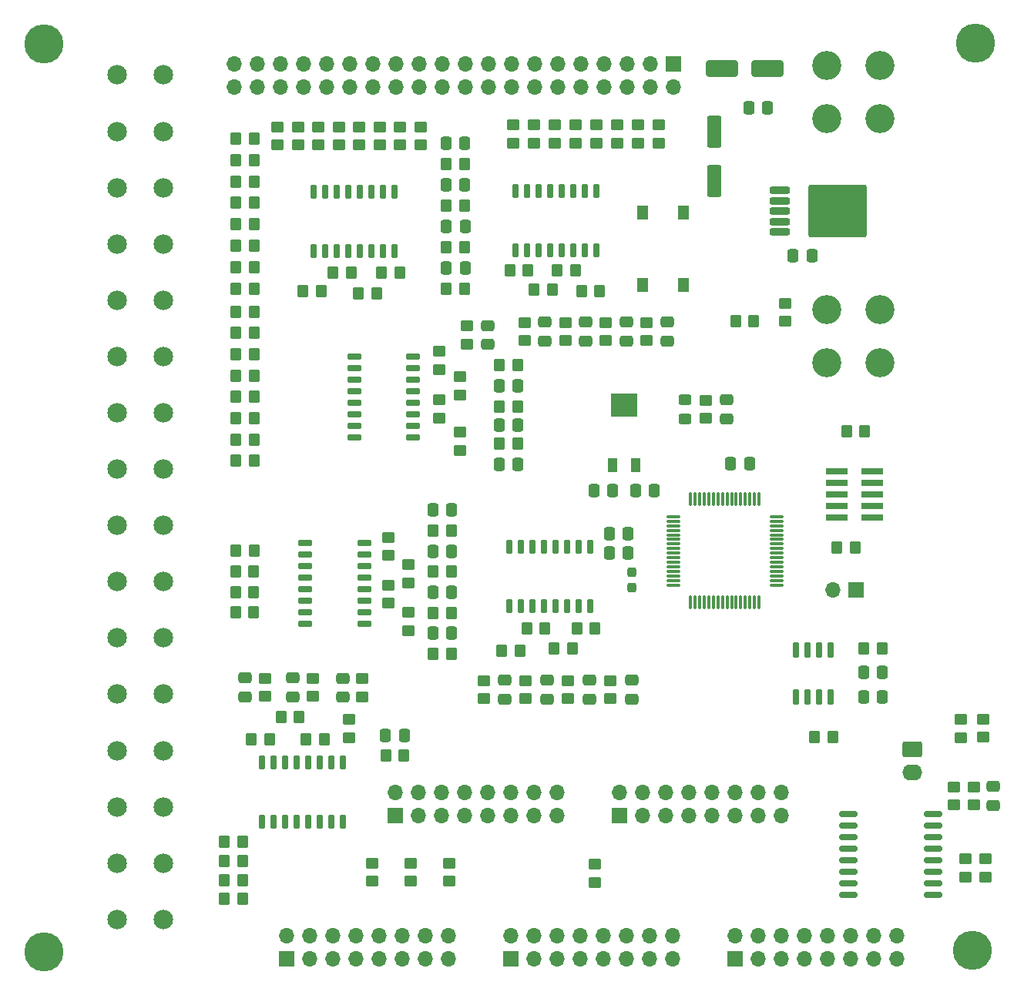
<source format=gbr>
%TF.GenerationSoftware,KiCad,Pcbnew,7.0.10*%
%TF.CreationDate,2024-05-01T16:26:36-07:00*%
%TF.ProjectId,control,636f6e74-726f-46c2-9e6b-696361645f70,B*%
%TF.SameCoordinates,Original*%
%TF.FileFunction,Soldermask,Top*%
%TF.FilePolarity,Negative*%
%FSLAX46Y46*%
G04 Gerber Fmt 4.6, Leading zero omitted, Abs format (unit mm)*
G04 Created by KiCad (PCBNEW 7.0.10) date 2024-05-01 16:26:36*
%MOMM*%
%LPD*%
G01*
G04 APERTURE LIST*
G04 Aperture macros list*
%AMRoundRect*
0 Rectangle with rounded corners*
0 $1 Rounding radius*
0 $2 $3 $4 $5 $6 $7 $8 $9 X,Y pos of 4 corners*
0 Add a 4 corners polygon primitive as box body*
4,1,4,$2,$3,$4,$5,$6,$7,$8,$9,$2,$3,0*
0 Add four circle primitives for the rounded corners*
1,1,$1+$1,$2,$3*
1,1,$1+$1,$4,$5*
1,1,$1+$1,$6,$7*
1,1,$1+$1,$8,$9*
0 Add four rect primitives between the rounded corners*
20,1,$1+$1,$2,$3,$4,$5,0*
20,1,$1+$1,$4,$5,$6,$7,0*
20,1,$1+$1,$6,$7,$8,$9,0*
20,1,$1+$1,$8,$9,$2,$3,0*%
G04 Aperture macros list end*
%ADD10C,2.145000*%
%ADD11RoundRect,0.250000X0.450000X-0.350000X0.450000X0.350000X-0.450000X0.350000X-0.450000X-0.350000X0*%
%ADD12R,1.300000X1.550000*%
%ADD13RoundRect,0.250000X-0.450000X0.350000X-0.450000X-0.350000X0.450000X-0.350000X0.450000X0.350000X0*%
%ADD14RoundRect,0.150000X-0.875000X-0.150000X0.875000X-0.150000X0.875000X0.150000X-0.875000X0.150000X0*%
%ADD15RoundRect,0.150000X-0.150000X0.725000X-0.150000X-0.725000X0.150000X-0.725000X0.150000X0.725000X0*%
%ADD16RoundRect,0.250000X-0.337500X-0.475000X0.337500X-0.475000X0.337500X0.475000X-0.337500X0.475000X0*%
%ADD17RoundRect,0.250000X-0.350000X-0.450000X0.350000X-0.450000X0.350000X0.450000X-0.350000X0.450000X0*%
%ADD18RoundRect,0.250000X0.475000X-0.337500X0.475000X0.337500X-0.475000X0.337500X-0.475000X-0.337500X0*%
%ADD19RoundRect,0.250000X0.350000X0.450000X-0.350000X0.450000X-0.350000X-0.450000X0.350000X-0.450000X0*%
%ADD20C,4.300000*%
%ADD21RoundRect,0.150000X-0.650000X-0.150000X0.650000X-0.150000X0.650000X0.150000X-0.650000X0.150000X0*%
%ADD22RoundRect,0.250000X-0.475000X0.337500X-0.475000X-0.337500X0.475000X-0.337500X0.475000X0.337500X0*%
%ADD23R,1.700000X1.700000*%
%ADD24O,1.700000X1.700000*%
%ADD25RoundRect,0.150000X-0.150000X0.650000X-0.150000X-0.650000X0.150000X-0.650000X0.150000X0.650000X0*%
%ADD26C,3.200000*%
%ADD27R,2.400000X0.740000*%
%ADD28RoundRect,0.075000X-0.662500X-0.075000X0.662500X-0.075000X0.662500X0.075000X-0.662500X0.075000X0*%
%ADD29RoundRect,0.075000X-0.075000X-0.662500X0.075000X-0.662500X0.075000X0.662500X-0.075000X0.662500X0*%
%ADD30RoundRect,0.250000X0.337500X0.475000X-0.337500X0.475000X-0.337500X-0.475000X0.337500X-0.475000X0*%
%ADD31RoundRect,0.250000X-1.500000X-0.650000X1.500000X-0.650000X1.500000X0.650000X-1.500000X0.650000X0*%
%ADD32RoundRect,0.250000X-0.845000X0.620000X-0.845000X-0.620000X0.845000X-0.620000X0.845000X0.620000X0*%
%ADD33O,2.190000X1.740000*%
%ADD34RoundRect,0.200000X-0.900000X-0.200000X0.900000X-0.200000X0.900000X0.200000X-0.900000X0.200000X0*%
%ADD35RoundRect,0.249997X-2.950003X-2.650003X2.950003X-2.650003X2.950003X2.650003X-2.950003X2.650003X0*%
%ADD36R,1.000000X1.600000*%
%ADD37R,3.000000X2.500000*%
%ADD38RoundRect,0.150000X0.150000X-0.650000X0.150000X0.650000X-0.150000X0.650000X-0.150000X-0.650000X0*%
%ADD39RoundRect,0.250000X0.450000X-0.325000X0.450000X0.325000X-0.450000X0.325000X-0.450000X-0.325000X0*%
%ADD40RoundRect,0.250000X-0.550000X1.500000X-0.550000X-1.500000X0.550000X-1.500000X0.550000X1.500000X0*%
%ADD41RoundRect,0.237500X-0.237500X0.287500X-0.237500X-0.287500X0.237500X-0.287500X0.237500X0.287500X0*%
G04 APERTURE END LIST*
D10*
%TO.C,J27*%
X83693000Y-94002800D03*
X88773000Y-94002800D03*
%TD*%
%TO.C,J26*%
X83693000Y-87814400D03*
X88773000Y-87814400D03*
%TD*%
%TO.C,J25*%
X83693000Y-81626000D03*
X88773000Y-81626000D03*
%TD*%
%TO.C,J24*%
X83693000Y-75437600D03*
X88773000Y-75437600D03*
%TD*%
%TO.C,J23*%
X83693000Y-69249200D03*
X88773000Y-69249200D03*
%TD*%
%TO.C,J22*%
X83693000Y-63060800D03*
X88773000Y-63060800D03*
%TD*%
%TO.C,J21*%
X83693000Y-56872400D03*
X88773000Y-56872400D03*
%TD*%
%TO.C,J20*%
X83693000Y-50684000D03*
X88773000Y-50684000D03*
%TD*%
%TO.C,J19*%
X83693000Y-143510000D03*
X88773000Y-143510000D03*
%TD*%
%TO.C,J18*%
X83693000Y-137321600D03*
X88773000Y-137321600D03*
%TD*%
%TO.C,J17*%
X83693000Y-131133200D03*
X88773000Y-131133200D03*
%TD*%
%TO.C,J16*%
X83693000Y-124944800D03*
X88773000Y-124944800D03*
%TD*%
%TO.C,J15*%
X83693000Y-118756400D03*
X88773000Y-118756400D03*
%TD*%
%TO.C,J14*%
X83693000Y-112568000D03*
X88773000Y-112568000D03*
%TD*%
%TO.C,J13*%
X83693000Y-106379600D03*
X88773000Y-106379600D03*
%TD*%
%TO.C,J12*%
X83693000Y-100191200D03*
X88773000Y-100191200D03*
%TD*%
D11*
%TO.C,R88*%
X132987100Y-79888500D03*
X132987100Y-77888500D03*
%TD*%
D12*
%TO.C,SW1*%
X145963200Y-65824200D03*
X145963200Y-73774200D03*
X141463200Y-65824200D03*
X141463200Y-73774200D03*
%TD*%
D13*
%TO.C,R102*%
X179171600Y-136871200D03*
X179171600Y-138871200D03*
%TD*%
D14*
%TO.C,U10*%
X164056800Y-131953000D03*
X164056800Y-133223000D03*
X164056800Y-134493000D03*
X164056800Y-135763000D03*
X164056800Y-137033000D03*
X164056800Y-138303000D03*
X164056800Y-139573000D03*
X164056800Y-140843000D03*
X173356800Y-140843000D03*
X173356800Y-139573000D03*
X173356800Y-138303000D03*
X173356800Y-137033000D03*
X173356800Y-135763000D03*
X173356800Y-134493000D03*
X173356800Y-133223000D03*
X173356800Y-131953000D03*
%TD*%
D13*
%TO.C,R44*%
X100000000Y-117000000D03*
X100000000Y-119000000D03*
%TD*%
D15*
%TO.C,U2*%
X162098200Y-113899400D03*
X160828200Y-113899400D03*
X159558200Y-113899400D03*
X158288200Y-113899400D03*
X158288200Y-119049400D03*
X159558200Y-119049400D03*
X160828200Y-119049400D03*
X162098200Y-119049400D03*
%TD*%
D16*
%TO.C,C13*%
X118425000Y-103021700D03*
X120500000Y-103021700D03*
%TD*%
D17*
%TO.C,R4*%
X151704800Y-77774800D03*
X153704800Y-77774800D03*
%TD*%
D16*
%TO.C,C32*%
X125708500Y-89154000D03*
X127783500Y-89154000D03*
%TD*%
D13*
%TO.C,R8*%
X148437600Y-86426800D03*
X148437600Y-88426800D03*
%TD*%
D11*
%TO.C,R19*%
X113500000Y-103500000D03*
X113500000Y-101500000D03*
%TD*%
%TO.C,R35*%
X114844300Y-58388000D03*
X114844300Y-56388000D03*
%TD*%
D13*
%TO.C,R105*%
X175666400Y-128930400D03*
X175666400Y-130930400D03*
%TD*%
D18*
%TO.C,C8*%
X150672800Y-88464300D03*
X150672800Y-86389300D03*
%TD*%
D16*
%TO.C,C22*%
X119866500Y-62738000D03*
X121941500Y-62738000D03*
%TD*%
D19*
%TO.C,R76*%
X98774000Y-67092300D03*
X96774000Y-67092300D03*
%TD*%
%TO.C,R53*%
X98774000Y-83721500D03*
X96774000Y-83721500D03*
%TD*%
%TO.C,R37*%
X103750000Y-121250000D03*
X101750000Y-121250000D03*
%TD*%
D11*
%TO.C,R86*%
X128524000Y-79888500D03*
X128524000Y-77888500D03*
%TD*%
%TO.C,R55*%
X138684000Y-58150000D03*
X138684000Y-56150000D03*
%TD*%
D19*
%TO.C,R54*%
X98774000Y-57658000D03*
X96774000Y-57658000D03*
%TD*%
D11*
%TO.C,R17*%
X115750000Y-111750000D03*
X115750000Y-109750000D03*
%TD*%
D20*
%TO.C,MH2*%
X178054000Y-47193200D03*
%TD*%
D16*
%TO.C,C2*%
X158016700Y-70566200D03*
X160091700Y-70566200D03*
%TD*%
D11*
%TO.C,R91*%
X119126000Y-88376000D03*
X119126000Y-86376000D03*
%TD*%
D21*
%TO.C,U8*%
X109780000Y-81661000D03*
X109780000Y-82931000D03*
X109780000Y-84201000D03*
X109780000Y-85471000D03*
X109780000Y-86741000D03*
X109780000Y-88011000D03*
X109780000Y-89281000D03*
X109780000Y-90551000D03*
X116280000Y-90551000D03*
X116280000Y-89281000D03*
X116280000Y-88011000D03*
X116280000Y-86741000D03*
X116280000Y-85471000D03*
X116280000Y-84201000D03*
X116280000Y-82931000D03*
X116280000Y-81661000D03*
%TD*%
D11*
%TO.C,R15*%
X105845400Y-58388000D03*
X105845400Y-56388000D03*
%TD*%
%TO.C,R78*%
X134112000Y-58150000D03*
X134112000Y-56150000D03*
%TD*%
D22*
%TO.C,C28*%
X135607100Y-117212500D03*
X135607100Y-119287500D03*
%TD*%
D17*
%TO.C,R2*%
X160391600Y-123494800D03*
X162391600Y-123494800D03*
%TD*%
%TO.C,R45*%
X112792000Y-72390000D03*
X114792000Y-72390000D03*
%TD*%
D20*
%TO.C,MH4*%
X177749200Y-146913600D03*
%TD*%
D11*
%TO.C,R74*%
X131826000Y-58150000D03*
X131826000Y-56150000D03*
%TD*%
%TO.C,R97*%
X176479200Y-123529600D03*
X176479200Y-121529600D03*
%TD*%
D19*
%TO.C,R48*%
X121904000Y-65024000D03*
X119904000Y-65024000D03*
%TD*%
D18*
%TO.C,C26*%
X124460000Y-80285500D03*
X124460000Y-78210500D03*
%TD*%
D23*
%TO.C,JP1*%
X164901800Y-107289600D03*
D24*
X162361800Y-107289600D03*
%TD*%
D16*
%TO.C,C15*%
X119888000Y-67310000D03*
X121963000Y-67310000D03*
%TD*%
D17*
%TO.C,R25*%
X107442000Y-72390000D03*
X109442000Y-72390000D03*
%TD*%
D19*
%TO.C,R24*%
X120462500Y-109804300D03*
X118462500Y-109804300D03*
%TD*%
D13*
%TO.C,R40*%
X110632000Y-117037500D03*
X110632000Y-119037500D03*
%TD*%
D25*
%TO.C,U9*%
X135700000Y-102561000D03*
X134430000Y-102561000D03*
X133160000Y-102561000D03*
X131890000Y-102561000D03*
X130620000Y-102561000D03*
X129350000Y-102561000D03*
X128080000Y-102561000D03*
X126810000Y-102561000D03*
X126810000Y-109061000D03*
X128080000Y-109061000D03*
X129350000Y-109061000D03*
X130620000Y-109061000D03*
X131890000Y-109061000D03*
X133160000Y-109061000D03*
X134430000Y-109061000D03*
X135700000Y-109061000D03*
%TD*%
D26*
%TO.C,J2*%
X167566400Y-76466600D03*
X161696400Y-76466600D03*
X167566400Y-82336600D03*
X161696400Y-82336600D03*
%TD*%
D27*
%TO.C,J11*%
X162845200Y-94284800D03*
X166745200Y-94284800D03*
X162845200Y-95554800D03*
X166745200Y-95554800D03*
X162845200Y-96824800D03*
X166745200Y-96824800D03*
X162845200Y-98094800D03*
X166745200Y-98094800D03*
X162845200Y-99364800D03*
X166745200Y-99364800D03*
%TD*%
D19*
%TO.C,R81*%
X98774000Y-71809400D03*
X96774000Y-71809400D03*
%TD*%
D11*
%TO.C,R73*%
X127254000Y-58150000D03*
X127254000Y-56150000D03*
%TD*%
D19*
%TO.C,R5*%
X164830000Y-102666800D03*
X162830000Y-102666800D03*
%TD*%
D17*
%TO.C,R85*%
X126889000Y-72136000D03*
X128889000Y-72136000D03*
%TD*%
D28*
%TO.C,U3*%
X144848500Y-99240000D03*
X144848500Y-99740000D03*
X144848500Y-100240000D03*
X144848500Y-100740000D03*
X144848500Y-101240000D03*
X144848500Y-101740000D03*
X144848500Y-102240000D03*
X144848500Y-102740000D03*
X144848500Y-103240000D03*
X144848500Y-103740000D03*
X144848500Y-104240000D03*
X144848500Y-104740000D03*
X144848500Y-105240000D03*
X144848500Y-105740000D03*
X144848500Y-106240000D03*
X144848500Y-106740000D03*
D29*
X146761000Y-108652500D03*
X147261000Y-108652500D03*
X147761000Y-108652500D03*
X148261000Y-108652500D03*
X148761000Y-108652500D03*
X149261000Y-108652500D03*
X149761000Y-108652500D03*
X150261000Y-108652500D03*
X150761000Y-108652500D03*
X151261000Y-108652500D03*
X151761000Y-108652500D03*
X152261000Y-108652500D03*
X152761000Y-108652500D03*
X153261000Y-108652500D03*
X153761000Y-108652500D03*
X154261000Y-108652500D03*
D28*
X156173500Y-106740000D03*
X156173500Y-106240000D03*
X156173500Y-105740000D03*
X156173500Y-105240000D03*
X156173500Y-104740000D03*
X156173500Y-104240000D03*
X156173500Y-103740000D03*
X156173500Y-103240000D03*
X156173500Y-102740000D03*
X156173500Y-102240000D03*
X156173500Y-101740000D03*
X156173500Y-101240000D03*
X156173500Y-100740000D03*
X156173500Y-100240000D03*
X156173500Y-99740000D03*
X156173500Y-99240000D03*
D29*
X154261000Y-97327500D03*
X153761000Y-97327500D03*
X153261000Y-97327500D03*
X152761000Y-97327500D03*
X152261000Y-97327500D03*
X151761000Y-97327500D03*
X151261000Y-97327500D03*
X150761000Y-97327500D03*
X150261000Y-97327500D03*
X149761000Y-97327500D03*
X149261000Y-97327500D03*
X148761000Y-97327500D03*
X148261000Y-97327500D03*
X147761000Y-97327500D03*
X147261000Y-97327500D03*
X146761000Y-97327500D03*
%TD*%
D19*
%TO.C,R90*%
X127746000Y-91186000D03*
X125746000Y-91186000D03*
%TD*%
%TO.C,R59*%
X98774000Y-79045800D03*
X96774000Y-79045800D03*
%TD*%
D20*
%TO.C,MH1*%
X75692000Y-47244000D03*
%TD*%
D19*
%TO.C,R20*%
X120462500Y-100760900D03*
X118462500Y-100760900D03*
%TD*%
D11*
%TO.C,R89*%
X121412000Y-91932000D03*
X121412000Y-89932000D03*
%TD*%
D16*
%TO.C,C19*%
X113212500Y-123250000D03*
X115287500Y-123250000D03*
%TD*%
D17*
%TO.C,R69*%
X134250000Y-111500000D03*
X136250000Y-111500000D03*
%TD*%
D19*
%TO.C,R46*%
X121904000Y-60452000D03*
X119904000Y-60452000D03*
%TD*%
D11*
%TO.C,R50*%
X140970000Y-58150000D03*
X140970000Y-56150000D03*
%TD*%
%TO.C,R34*%
X112594600Y-58388000D03*
X112594600Y-56388000D03*
%TD*%
%TO.C,R33*%
X117094000Y-58388000D03*
X117094000Y-56388000D03*
%TD*%
D17*
%TO.C,R1*%
X165805700Y-113724400D03*
X167805700Y-113724400D03*
%TD*%
D30*
%TO.C,C6*%
X142769500Y-96393000D03*
X140694500Y-96393000D03*
%TD*%
D22*
%TO.C,C30*%
X135218700Y-77851000D03*
X135218700Y-79926000D03*
%TD*%
D31*
%TO.C,D2*%
X150154000Y-49987200D03*
X155154000Y-49987200D03*
%TD*%
D21*
%TO.C,U4*%
X104390000Y-102086000D03*
X104390000Y-103356000D03*
X104390000Y-104626000D03*
X104390000Y-105896000D03*
X104390000Y-107166000D03*
X104390000Y-108436000D03*
X104390000Y-109706000D03*
X104390000Y-110976000D03*
X110890000Y-110976000D03*
X110890000Y-109706000D03*
X110890000Y-108436000D03*
X110890000Y-107166000D03*
X110890000Y-105896000D03*
X110890000Y-104626000D03*
X110890000Y-103356000D03*
X110890000Y-102086000D03*
%TD*%
D17*
%TO.C,R9*%
X96750000Y-109750000D03*
X98750000Y-109750000D03*
%TD*%
D19*
%TO.C,R66*%
X127746000Y-82550000D03*
X125746000Y-82550000D03*
%TD*%
D11*
%TO.C,R56*%
X143256000Y-58150000D03*
X143256000Y-56150000D03*
%TD*%
D13*
%TO.C,R68*%
X122174000Y-78248000D03*
X122174000Y-80248000D03*
%TD*%
D19*
%TO.C,R52*%
X98774000Y-76708000D03*
X96774000Y-76708000D03*
%TD*%
D11*
%TO.C,R6*%
X178917600Y-123478800D03*
X178917600Y-121478800D03*
%TD*%
D32*
%TO.C,J28*%
X171074400Y-124815600D03*
D33*
X171074400Y-127355600D03*
%TD*%
D25*
%TO.C,U7*%
X136398000Y-63425000D03*
X135128000Y-63425000D03*
X133858000Y-63425000D03*
X132588000Y-63425000D03*
X131318000Y-63425000D03*
X130048000Y-63425000D03*
X128778000Y-63425000D03*
X127508000Y-63425000D03*
X127508000Y-69925000D03*
X128778000Y-69925000D03*
X130048000Y-69925000D03*
X131318000Y-69925000D03*
X132588000Y-69925000D03*
X133858000Y-69925000D03*
X135128000Y-69925000D03*
X136398000Y-69925000D03*
%TD*%
D16*
%TO.C,C4*%
X165768200Y-116359400D03*
X167843200Y-116359400D03*
%TD*%
D17*
%TO.C,R61*%
X132096000Y-72136000D03*
X134096000Y-72136000D03*
%TD*%
D11*
%TO.C,R77*%
X129540000Y-58150000D03*
X129540000Y-56150000D03*
%TD*%
D19*
%TO.C,R80*%
X98774000Y-86059300D03*
X96774000Y-86059300D03*
%TD*%
D22*
%TO.C,C29*%
X130755600Y-77851000D03*
X130755600Y-79926000D03*
%TD*%
D19*
%TO.C,R39*%
X106500000Y-123750000D03*
X104500000Y-123750000D03*
%TD*%
D17*
%TO.C,R31*%
X95500000Y-141250000D03*
X97500000Y-141250000D03*
%TD*%
D19*
%TO.C,R75*%
X98774000Y-74168000D03*
X96774000Y-74168000D03*
%TD*%
D17*
%TO.C,R11*%
X96750000Y-105250000D03*
X98750000Y-105250000D03*
%TD*%
D19*
%TO.C,R58*%
X98774000Y-60016600D03*
X96774000Y-60016600D03*
%TD*%
D26*
%TO.C,J1*%
X167566400Y-49631600D03*
X161696400Y-49631600D03*
X167566400Y-55501600D03*
X161696400Y-55501600D03*
%TD*%
D34*
%TO.C,U1*%
X156565600Y-63359600D03*
X156565600Y-64499600D03*
X156565600Y-65639600D03*
D35*
X162865600Y-65639600D03*
D34*
X156565600Y-66779600D03*
X156565600Y-67919600D03*
%TD*%
D11*
%TO.C,R94*%
X124000000Y-119250000D03*
X124000000Y-117250000D03*
%TD*%
D13*
%TO.C,R104*%
X177854400Y-128930400D03*
X177854400Y-130930400D03*
%TD*%
D16*
%TO.C,C25*%
X125708500Y-84836000D03*
X127783500Y-84836000D03*
%TD*%
D23*
%TO.C,J5*%
X151638000Y-147828000D03*
D24*
X151638000Y-145288000D03*
X154178000Y-147828000D03*
X154178000Y-145288000D03*
X156718000Y-147828000D03*
X156718000Y-145288000D03*
X159258000Y-147828000D03*
X159258000Y-145288000D03*
X161798000Y-147828000D03*
X161798000Y-145288000D03*
X164338000Y-147828000D03*
X164338000Y-145288000D03*
X166878000Y-147828000D03*
X166878000Y-145288000D03*
X169418000Y-147828000D03*
X169418000Y-145288000D03*
%TD*%
D16*
%TO.C,C3*%
X165768200Y-119024400D03*
X167843200Y-119024400D03*
%TD*%
D22*
%TO.C,C34*%
X130964300Y-117212500D03*
X130964300Y-119287500D03*
%TD*%
D11*
%TO.C,R49*%
X136398000Y-58150000D03*
X136398000Y-56150000D03*
%TD*%
D17*
%TO.C,R87*%
X129556000Y-74295000D03*
X131556000Y-74295000D03*
%TD*%
D11*
%TO.C,R96*%
X128642900Y-119250000D03*
X128642900Y-117250000D03*
%TD*%
D16*
%TO.C,C11*%
X118425000Y-112065100D03*
X120500000Y-112065100D03*
%TD*%
D23*
%TO.C,J4*%
X127000000Y-147828000D03*
D24*
X127000000Y-145288000D03*
X129540000Y-147828000D03*
X129540000Y-145288000D03*
X132080000Y-147828000D03*
X132080000Y-145288000D03*
X134620000Y-147828000D03*
X134620000Y-145288000D03*
X137160000Y-147828000D03*
X137160000Y-145288000D03*
X139700000Y-147828000D03*
X139700000Y-145288000D03*
X142240000Y-147828000D03*
X142240000Y-145288000D03*
X144780000Y-147828000D03*
X144780000Y-145288000D03*
%TD*%
D19*
%TO.C,R82*%
X98774000Y-69450900D03*
X96774000Y-69450900D03*
%TD*%
D11*
%TO.C,R14*%
X103595700Y-58388000D03*
X103595700Y-56388000D03*
%TD*%
%TO.C,R16*%
X101346000Y-58388000D03*
X101346000Y-56388000D03*
%TD*%
D19*
%TO.C,R57*%
X98774000Y-62375100D03*
X96774000Y-62375100D03*
%TD*%
D22*
%TO.C,C24*%
X144145000Y-77851000D03*
X144145000Y-79926000D03*
%TD*%
D11*
%TO.C,R101*%
X136194800Y-139430000D03*
X136194800Y-137430000D03*
%TD*%
D17*
%TO.C,R30*%
X95500000Y-139166700D03*
X97500000Y-139166700D03*
%TD*%
D16*
%TO.C,C1*%
X153140500Y-54305200D03*
X155215500Y-54305200D03*
%TD*%
D36*
%TO.C,Y1*%
X140716000Y-93545000D03*
X138176000Y-93545000D03*
D37*
X139446000Y-86995000D03*
%TD*%
D17*
%TO.C,R63*%
X134763000Y-74422000D03*
X136763000Y-74422000D03*
%TD*%
D11*
%TO.C,R13*%
X108095100Y-58388000D03*
X108095100Y-56388000D03*
%TD*%
D19*
%TO.C,R60*%
X98774000Y-81383700D03*
X96774000Y-81383700D03*
%TD*%
D25*
%TO.C,U5*%
X114173000Y-63552000D03*
X112903000Y-63552000D03*
X111633000Y-63552000D03*
X110363000Y-63552000D03*
X109093000Y-63552000D03*
X107823000Y-63552000D03*
X106553000Y-63552000D03*
X105283000Y-63552000D03*
X105283000Y-70052000D03*
X106553000Y-70052000D03*
X107823000Y-70052000D03*
X109093000Y-70052000D03*
X110363000Y-70052000D03*
X111633000Y-70052000D03*
X112903000Y-70052000D03*
X114173000Y-70052000D03*
%TD*%
D13*
%TO.C,R103*%
X176936400Y-136861800D03*
X176936400Y-138861800D03*
%TD*%
D18*
%TO.C,C36*%
X179984400Y-130983900D03*
X179984400Y-128908900D03*
%TD*%
D23*
%TO.C,J10*%
X144900000Y-49460000D03*
D24*
X144900000Y-52000000D03*
X142360000Y-49460000D03*
X142360000Y-52000000D03*
X139820000Y-49460000D03*
X139820000Y-52000000D03*
X137280000Y-49460000D03*
X137280000Y-52000000D03*
X134740000Y-49460000D03*
X134740000Y-52000000D03*
X132200000Y-49460000D03*
X132200000Y-52000000D03*
X129660000Y-49460000D03*
X129660000Y-52000000D03*
X127120000Y-49460000D03*
X127120000Y-52000000D03*
X124580000Y-49460000D03*
X124580000Y-52000000D03*
X122040000Y-49460000D03*
X122040000Y-52000000D03*
X119500000Y-49460000D03*
X119500000Y-52000000D03*
X116960000Y-49460000D03*
X116960000Y-52000000D03*
X114420000Y-49460000D03*
X114420000Y-52000000D03*
X111880000Y-49460000D03*
X111880000Y-52000000D03*
X109340000Y-49460000D03*
X109340000Y-52000000D03*
X106800000Y-49460000D03*
X106800000Y-52000000D03*
X104260000Y-49460000D03*
X104260000Y-52000000D03*
X101720000Y-49460000D03*
X101720000Y-52000000D03*
X99180000Y-49460000D03*
X99180000Y-52000000D03*
X96640000Y-49460000D03*
X96640000Y-52000000D03*
%TD*%
D11*
%TO.C,R70*%
X137928600Y-119250000D03*
X137928600Y-117250000D03*
%TD*%
%TO.C,R21*%
X115750000Y-106500000D03*
X115750000Y-104500000D03*
%TD*%
D16*
%TO.C,C31*%
X125708500Y-93472000D03*
X127783500Y-93472000D03*
%TD*%
D22*
%TO.C,C23*%
X139681900Y-77851000D03*
X139681900Y-79926000D03*
%TD*%
%TO.C,C33*%
X126321400Y-117212500D03*
X126321400Y-119287500D03*
%TD*%
D16*
%TO.C,C7*%
X151159300Y-93370400D03*
X153234300Y-93370400D03*
%TD*%
D38*
%TO.C,U6*%
X99610000Y-132750000D03*
X100880000Y-132750000D03*
X102150000Y-132750000D03*
X103420000Y-132750000D03*
X104690000Y-132750000D03*
X105960000Y-132750000D03*
X107230000Y-132750000D03*
X108500000Y-132750000D03*
X108500000Y-126250000D03*
X107230000Y-126250000D03*
X105960000Y-126250000D03*
X104690000Y-126250000D03*
X103420000Y-126250000D03*
X102150000Y-126250000D03*
X100880000Y-126250000D03*
X99610000Y-126250000D03*
%TD*%
D18*
%TO.C,C18*%
X108500000Y-119075000D03*
X108500000Y-117000000D03*
%TD*%
%TO.C,C17*%
X103000000Y-119037500D03*
X103000000Y-116962500D03*
%TD*%
D16*
%TO.C,C21*%
X119866500Y-58166000D03*
X121941500Y-58166000D03*
%TD*%
D23*
%TO.C,J3*%
X102362000Y-147828000D03*
D24*
X102362000Y-145288000D03*
X104902000Y-147828000D03*
X104902000Y-145288000D03*
X107442000Y-147828000D03*
X107442000Y-145288000D03*
X109982000Y-147828000D03*
X109982000Y-145288000D03*
X112522000Y-147828000D03*
X112522000Y-145288000D03*
X115062000Y-147828000D03*
X115062000Y-145288000D03*
X117602000Y-147828000D03*
X117602000Y-145288000D03*
X120142000Y-147828000D03*
X120142000Y-145288000D03*
%TD*%
D17*
%TO.C,R47*%
X110236000Y-74676000D03*
X112236000Y-74676000D03*
%TD*%
D19*
%TO.C,R83*%
X98774000Y-90735000D03*
X96774000Y-90735000D03*
%TD*%
D16*
%TO.C,C12*%
X118425000Y-98500000D03*
X120500000Y-98500000D03*
%TD*%
D19*
%TO.C,R18*%
X120462500Y-114326000D03*
X118462500Y-114326000D03*
%TD*%
D17*
%TO.C,R95*%
X128750000Y-111500000D03*
X130750000Y-111500000D03*
%TD*%
D19*
%TO.C,R43*%
X100500000Y-123750000D03*
X98500000Y-123750000D03*
%TD*%
D17*
%TO.C,R27*%
X104140000Y-74422000D03*
X106140000Y-74422000D03*
%TD*%
%TO.C,R71*%
X131750000Y-113750000D03*
X133750000Y-113750000D03*
%TD*%
D22*
%TO.C,C27*%
X140250000Y-117212500D03*
X140250000Y-119287500D03*
%TD*%
D39*
%TO.C,D1*%
X146151600Y-88451800D03*
X146151600Y-86401800D03*
%TD*%
D40*
%TO.C,C35*%
X149352000Y-56939200D03*
X149352000Y-62339200D03*
%TD*%
D11*
%TO.C,R99*%
X116001800Y-139328400D03*
X116001800Y-137328400D03*
%TD*%
D19*
%TO.C,R51*%
X98774000Y-64733700D03*
X96774000Y-64733700D03*
%TD*%
D18*
%TO.C,C20*%
X97750000Y-119037500D03*
X97750000Y-116962500D03*
%TD*%
D11*
%TO.C,R36*%
X110344900Y-58388000D03*
X110344900Y-56388000D03*
%TD*%
D17*
%TO.C,R93*%
X126000000Y-114000000D03*
X128000000Y-114000000D03*
%TD*%
D19*
%TO.C,R79*%
X98774000Y-93072900D03*
X96774000Y-93072900D03*
%TD*%
D17*
%TO.C,R32*%
X95500000Y-135000000D03*
X97500000Y-135000000D03*
%TD*%
D20*
%TO.C,MH3*%
X75692000Y-147066000D03*
%TD*%
D11*
%TO.C,R100*%
X120243600Y-139328400D03*
X120243600Y-137328400D03*
%TD*%
D19*
%TO.C,R42*%
X115250000Y-125500000D03*
X113250000Y-125500000D03*
%TD*%
%TO.C,R26*%
X121925500Y-69596000D03*
X119925500Y-69596000D03*
%TD*%
D17*
%TO.C,R12*%
X96750000Y-107500000D03*
X98750000Y-107500000D03*
%TD*%
D19*
%TO.C,R7*%
X165896800Y-89814400D03*
X163896800Y-89814400D03*
%TD*%
D11*
%TO.C,R64*%
X141913400Y-79888500D03*
X141913400Y-77888500D03*
%TD*%
D16*
%TO.C,C5*%
X136122500Y-96393000D03*
X138197500Y-96393000D03*
%TD*%
D23*
%TO.C,J7*%
X138938000Y-132080000D03*
D24*
X138938000Y-129540000D03*
X141478000Y-132080000D03*
X141478000Y-129540000D03*
X144018000Y-132080000D03*
X144018000Y-129540000D03*
X146558000Y-132080000D03*
X146558000Y-129540000D03*
X149098000Y-132080000D03*
X149098000Y-129540000D03*
X151638000Y-132080000D03*
X151638000Y-129540000D03*
X154178000Y-132080000D03*
X154178000Y-129540000D03*
X156718000Y-132080000D03*
X156718000Y-129540000D03*
%TD*%
D11*
%TO.C,R62*%
X137450300Y-79888500D03*
X137450300Y-77888500D03*
%TD*%
%TO.C,R41*%
X109250000Y-123500000D03*
X109250000Y-121500000D03*
%TD*%
D13*
%TO.C,R38*%
X105250000Y-117000000D03*
X105250000Y-119000000D03*
%TD*%
D11*
%TO.C,R98*%
X111760000Y-139328400D03*
X111760000Y-137328400D03*
%TD*%
%TO.C,R72*%
X133285700Y-119250000D03*
X133285700Y-117250000D03*
%TD*%
%TO.C,R67*%
X119126000Y-83042000D03*
X119126000Y-81042000D03*
%TD*%
D19*
%TO.C,R28*%
X121925500Y-74168000D03*
X119925500Y-74168000D03*
%TD*%
D16*
%TO.C,C10*%
X137798900Y-101092000D03*
X139873900Y-101092000D03*
%TD*%
D11*
%TO.C,R23*%
X113500000Y-108750000D03*
X113500000Y-106750000D03*
%TD*%
D19*
%TO.C,R92*%
X127746000Y-87122000D03*
X125746000Y-87122000D03*
%TD*%
D16*
%TO.C,C16*%
X119888000Y-71882000D03*
X121963000Y-71882000D03*
%TD*%
D11*
%TO.C,R3*%
X157124400Y-77758800D03*
X157124400Y-75758800D03*
%TD*%
D17*
%TO.C,R29*%
X95500000Y-137083300D03*
X97500000Y-137083300D03*
%TD*%
%TO.C,R10*%
X96766000Y-103000000D03*
X98766000Y-103000000D03*
%TD*%
D23*
%TO.C,J6*%
X114300000Y-132096000D03*
D24*
X114300000Y-129556000D03*
X116840000Y-132096000D03*
X116840000Y-129556000D03*
X119380000Y-132096000D03*
X119380000Y-129556000D03*
X121920000Y-132096000D03*
X121920000Y-129556000D03*
X124460000Y-132096000D03*
X124460000Y-129556000D03*
X127000000Y-132096000D03*
X127000000Y-129556000D03*
X129540000Y-132096000D03*
X129540000Y-129556000D03*
X132080000Y-132096000D03*
X132080000Y-129556000D03*
%TD*%
D11*
%TO.C,R65*%
X121412000Y-85836000D03*
X121412000Y-83836000D03*
%TD*%
D16*
%TO.C,C9*%
X137798900Y-103251000D03*
X139873900Y-103251000D03*
%TD*%
D19*
%TO.C,R84*%
X98774000Y-88397200D03*
X96774000Y-88397200D03*
%TD*%
D16*
%TO.C,C14*%
X118425000Y-107543400D03*
X120500000Y-107543400D03*
%TD*%
D19*
%TO.C,R22*%
X120462500Y-105282600D03*
X118462500Y-105282600D03*
%TD*%
D41*
%TO.C,FB1*%
X140309600Y-105297000D03*
X140309600Y-107047000D03*
%TD*%
M02*

</source>
